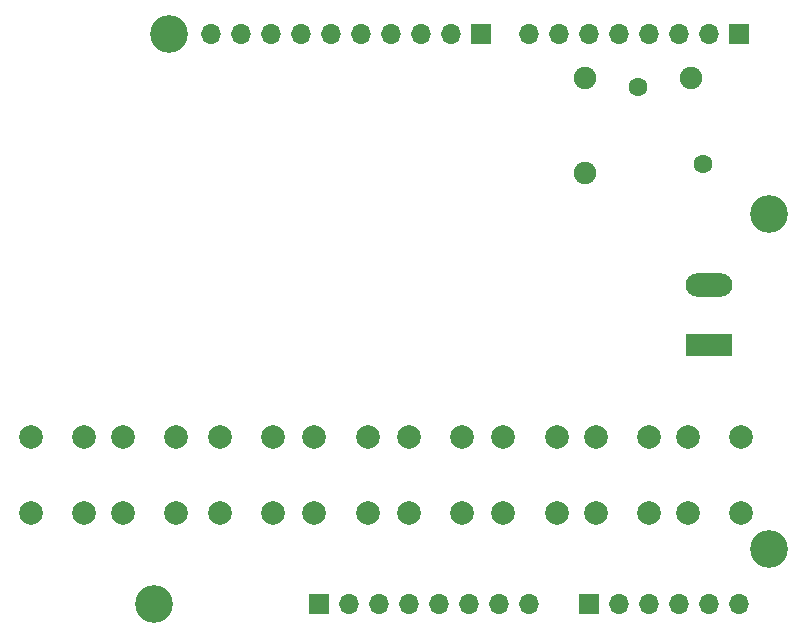
<source format=gbr>
%TF.GenerationSoftware,KiCad,Pcbnew,(5.1.10)-1*%
%TF.CreationDate,2022-04-08T18:55:06+02:00*%
%TF.ProjectId,shield_Arduino,73686965-6c64-45f4-9172-6475696e6f2e,rev?*%
%TF.SameCoordinates,Original*%
%TF.FileFunction,Soldermask,Bot*%
%TF.FilePolarity,Negative*%
%FSLAX46Y46*%
G04 Gerber Fmt 4.6, Leading zero omitted, Abs format (unit mm)*
G04 Created by KiCad (PCBNEW (5.1.10)-1) date 2022-04-08 18:55:06*
%MOMM*%
%LPD*%
G01*
G04 APERTURE LIST*
%ADD10C,3.200000*%
%ADD11C,2.000000*%
%ADD12O,3.960000X1.980000*%
%ADD13R,3.960000X1.980000*%
%ADD14C,1.600000*%
%ADD15C,1.900000*%
%ADD16O,1.700000X1.700000*%
%ADD17R,1.700000X1.700000*%
G04 APERTURE END LIST*
D10*
%TO.C,e*%
X115570000Y-152400000D03*
%TD*%
D11*
%TO.C,SW1*%
X105200000Y-138240000D03*
X109700000Y-138240000D03*
X105200000Y-144740000D03*
X109700000Y-144740000D03*
%TD*%
D12*
%TO.C,LS1*%
X162600000Y-125440000D03*
D13*
X162600000Y-130440000D03*
%TD*%
D10*
%TO.C,REF\u002A\u002A*%
X167640000Y-119380000D03*
%TD*%
%TO.C,REF\u002A\u002A*%
X116840000Y-104140000D03*
%TD*%
%TO.C,REF\u002A\u002A*%
X167640000Y-147720000D03*
%TD*%
D11*
%TO.C,SW8*%
X160800000Y-138240000D03*
X165300000Y-138240000D03*
X160800000Y-144740000D03*
X165300000Y-144740000D03*
%TD*%
%TO.C,SW7*%
X153000000Y-138240000D03*
X157500000Y-138240000D03*
X153000000Y-144740000D03*
X157500000Y-144740000D03*
%TD*%
%TO.C,SW6*%
X145200000Y-138240000D03*
X149700000Y-138240000D03*
X145200000Y-144740000D03*
X149700000Y-144740000D03*
%TD*%
%TO.C,SW5*%
X137200000Y-138240000D03*
X141700000Y-138240000D03*
X137200000Y-144740000D03*
X141700000Y-144740000D03*
%TD*%
%TO.C,SW4*%
X129200000Y-138240000D03*
X133700000Y-138240000D03*
X129200000Y-144740000D03*
X133700000Y-144740000D03*
%TD*%
%TO.C,SW3*%
X121200000Y-138240000D03*
X125700000Y-138240000D03*
X121200000Y-144740000D03*
X125700000Y-144740000D03*
%TD*%
%TO.C,SW2*%
X113000000Y-138240000D03*
X117500000Y-138240000D03*
X113000000Y-144740000D03*
X117500000Y-144740000D03*
%TD*%
D14*
%TO.C,J5*%
X156600000Y-108640000D03*
X162100000Y-115140000D03*
D15*
X152100000Y-115940000D03*
X152100000Y-107840000D03*
X161100000Y-107840000D03*
%TD*%
D16*
%TO.C,J4*%
X147320000Y-152400000D03*
X144780000Y-152400000D03*
X142240000Y-152400000D03*
X139700000Y-152400000D03*
X137160000Y-152400000D03*
X134620000Y-152400000D03*
X132080000Y-152400000D03*
D17*
X129540000Y-152400000D03*
%TD*%
D16*
%TO.C,J3*%
X165100000Y-152400000D03*
X162560000Y-152400000D03*
X160020000Y-152400000D03*
X157480000Y-152400000D03*
X154940000Y-152400000D03*
D17*
X152400000Y-152400000D03*
%TD*%
D16*
%TO.C,J2*%
X147320000Y-104140000D03*
X149860000Y-104140000D03*
X152400000Y-104140000D03*
X154940000Y-104140000D03*
X157480000Y-104140000D03*
X160020000Y-104140000D03*
X162560000Y-104140000D03*
D17*
X165100000Y-104140000D03*
%TD*%
D16*
%TO.C,J1*%
X120396000Y-104140000D03*
X122936000Y-104140000D03*
X125476000Y-104140000D03*
X128016000Y-104140000D03*
X130556000Y-104140000D03*
X133096000Y-104140000D03*
X135636000Y-104140000D03*
X138176000Y-104140000D03*
X140716000Y-104140000D03*
D17*
X143256000Y-104140000D03*
%TD*%
M02*

</source>
